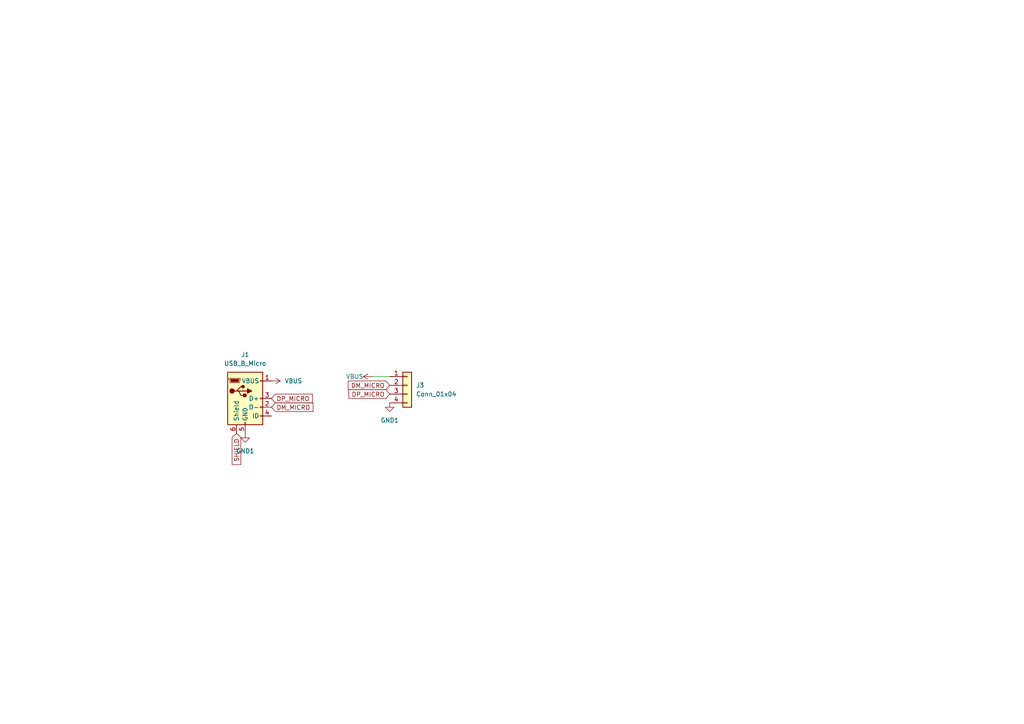
<source format=kicad_sch>
(kicad_sch (version 20211123) (generator eeschema)
  (paper "A4")
  (lib_symbols
    (symbol "Connector:USB_B_Micro" (pin_names (offset 1.016))
      (property "Reference" "J" (at -5.08 11.43 0))
      (property "Value" "USB_B_Micro" (at -5.08 8.89 0))
      (symbol "USB_B_Micro_0_1"
        (rectangle (start -5.08 -7.62) (end 5.08 7.62) (stroke (width 0.254)) (fill (type background)))
        (circle (center -3.81 2.159) (radius 0.635) (stroke (width 0.254)) (fill (type outline)))
        (circle (center -0.635 3.429) (radius 0.381) (stroke (width 0.254)) (fill (type outline)))
        (rectangle (start -0.127 -7.62) (end 0.127 -6.858))
        (polyline (pts (xy -1.905 2.159) (xy 0.635 2.159)) (stroke (width 0.254)))
        (polyline (pts (xy -3.175 2.159) (xy -2.54 2.159) (xy -1.27 3.429) (xy -0.635 3.429)) (stroke (width 0.254)))
        (polyline (pts (xy -2.54 2.159) (xy -1.905 2.159) (xy -1.27 0.889) (xy 0 0.889)) (stroke (width 0.254)))
        (polyline (pts (xy 0.635 2.794) (xy 0.635 1.524) (xy 1.905 2.159) (xy 0.635 2.794)) (stroke (width 0.254)) (fill (type outline)))
        (polyline (pts (xy -4.318 5.588) (xy -1.778 5.588) (xy -2.032 4.826) (xy -4.064 4.826) (xy -4.318 5.588)) (fill (type outline)))
        (polyline (pts (xy -4.699 5.842) (xy -4.699 5.588) (xy -4.445 4.826) (xy -4.445 4.572) (xy -1.651 4.572) (xy -1.651 4.826) (xy -1.397 5.588) (xy -1.397 5.842) (xy -4.699 5.842)))
        (rectangle (start 0.254 1.27) (end -0.508 0.508) (stroke (width 0.254)) (fill (type outline)))
        (rectangle (start 5.08 -5.207) (end 4.318 -4.953))
        (rectangle (start 5.08 -2.667) (end 4.318 -2.413))
        (rectangle (start 5.08 -0.127) (end 4.318 0.127))
        (rectangle (start 5.08 4.953) (end 4.318 5.207))
      )
      (symbol "USB_B_Micro_1_1"
        (pin power_out line (at 7.62 5.08 180) (length 2.54) (name "VBUS") (number "1"))
        (pin bidirectional line (at 7.62 -2.54 180) (length 2.54) (name "D-") (number "2"))
        (pin bidirectional line (at 7.62 0 180) (length 2.54) (name "D+") (number "3"))
        (pin passive line (at 7.62 -5.08 180) (length 2.54) (name "ID") (number "4"))
        (pin power_out line (at 0 -10.16 90) (length 2.54) (name "GND") (number "5"))
        (pin passive line (at -2.54 -10.16 90) (length 2.54) (name "Shield") (number "6"))
      )
    )
    (symbol "Connector_Generic:Conn_01x04" (pin_names (offset 1.016) hide)
      (property "Reference" "J" (at 0 5.08 0))
      (property "Value" "Conn_01x04" (at 0 -7.62 0))
      (symbol "Conn_01x04_1_1"
        (rectangle (start -1.27 -4.953) (end 0 -5.207) (stroke (width 0.1524)))
        (rectangle (start -1.27 -2.413) (end 0 -2.667) (stroke (width 0.1524)))
        (rectangle (start -1.27 0.127) (end 0 -0.127) (stroke (width 0.1524)))
        (rectangle (start -1.27 2.667) (end 0 2.413) (stroke (width 0.1524)))
        (rectangle (start -1.27 3.81) (end 1.27 -6.35) (stroke (width 0.254)) (fill (type background)))
        (pin passive line (at -5.08 2.54 0) (length 3.81) (name "Pin_1") (number "1"))
        (pin passive line (at -5.08 0 0) (length 3.81) (name "Pin_2") (number "2"))
        (pin passive line (at -5.08 -2.54 0) (length 3.81) (name "Pin_3") (number "3"))
        (pin passive line (at -5.08 -5.08 0) (length 3.81) (name "Pin_4") (number "4"))
      )
    )
    (symbol "power:GND1" (power) (pin_names (offset 0))
      (property "Value" "GND1" (at 0 -3.81 0))
      (symbol "GND1_0_1"
        (polyline (pts (xy 0 0) (xy 0 -1.27) (xy 1.27 -1.27) (xy 0 -2.54) (xy -1.27 -1.27) (xy 0 -1.27)))
      )
      (symbol "GND1_1_1"
        (pin power_in line (at 0 0 270) (length 0) hide (name "GND1") (number "1"))
      )
    )
    (symbol "power:VBUS" (power) (pin_names (offset 0))
      (property "Value" "VBUS" (at 0 3.81 0))
      (symbol "VBUS_0_1"
        (polyline (pts (xy -0.762 1.27) (xy 0 2.54)))
        (polyline (pts (xy 0 0) (xy 0 2.54)))
        (polyline (pts (xy 0 2.54) (xy 0.762 1.27)))
      )
      (symbol "VBUS_1_1"
        (pin power_in line (at 0 0 90) (length 0) hide (name "VBUS") (number "1"))
      )
    )
  )
  (wire (pts (xy 107.95 109.22) (xy 113.03 109.22)))
  (global_label "SHIELD" (shape input) (at 68.58 125.73 270) (property "Intersheet References" "${INTERSHEET_REFS}" (effects hide)))
  (global_label "DM_MICRO" (shape input) (at 78.74 118.11 0) (property "Intersheet References" "${INTERSHEET_REFS}" (effects hide)))
  (global_label "DP_MICRO" (shape input) (at 113.03 114.3 180) (property "Intersheet References" "${INTERSHEET_REFS}" (effects hide)))
  (global_label "DM_MICRO" (shape input) (at 113.03 111.76 180) (property "Intersheet References" "${INTERSHEET_REFS}" (effects hide)))
  (global_label "DP_MICRO" (shape input) (at 78.74 115.57 0) (property "Intersheet References" "${INTERSHEET_REFS}" (effects hide)))
  (symbol (lib_id "power:GND1") (at 113.03 116.84 0) (unit 1)
    (property "Reference" "#PWR0106" (effects hide))
    (property "Value" "GND1" (at 113.03 121.92 0))
  )
  (symbol (lib_id "power:VBUS") (at 107.95 109.22 90) (unit 1)
    (property "Reference" "#PWR?" (effects hide))
    (property "Value" "VBUS" (at 100.33 109.22 90) (effects (justify right)))
  )
  (symbol (lib_id "power:VBUS") (at 78.74 110.49 270) (unit 1)
    (property "Reference" "#PWR0103" (effects hide))
    (property "Value" "VBUS" (at 82.55 110.4899 90) (effects (justify left)))
  )
  (symbol (lib_id "Connector:USB_B_Micro") (at 71.12 115.57 0) (unit 1)
    (property "Reference" "J1" (at 71.12 102.87 0))
    (property "Value" "USB_B_Micro" (at 71.12 105.41 0))
    (property "Footprint" "Connector_USB:USB_Micro-B_Amphenol_10118194_Horizontal" (effects hide))
  )
  (symbol (lib_id "power:GND1") (at 71.12 125.73 0) (unit 1)
    (property "Reference" "#PWR0101" (effects hide))
    (property "Value" "GND1" (at 71.12 130.81 0))
  )
  (symbol (lib_id "Connector_Generic:Conn_01x04") (at 118.11 111.76 0) (unit 1)
    (property "Reference" "J3" (at 120.65 111.7599 0) (effects (justify left)))
    (property "Value" "Conn_01x04" (at 120.65 114.2999 0) (effects (justify left)))
    (property "Footprint" "Connector_JST:JST_PH_S4B-PH-K_1x04_P2.00mm_Horizontal" (effects hide))
  )
)
</source>
